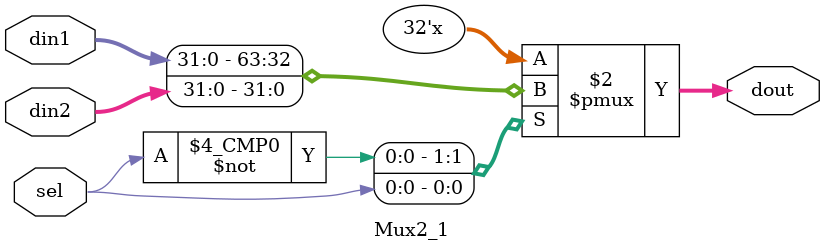
<source format=sv>
`timescale 1ns/1ps
module Mux2_1#(
    parameter WIDTH = 32
)(
    input  logic [WIDTH-1:0] din1,
    input  logic [WIDTH-1:0] din2,
    input  logic       [0:0] sel,
    output logic [WIDTH-1:0] dout
);
    always_comb begin
        case(sel)
            1'b0: dout = din1;
            1'b1: dout = din2;
        endcase
    end
endmodule


</source>
